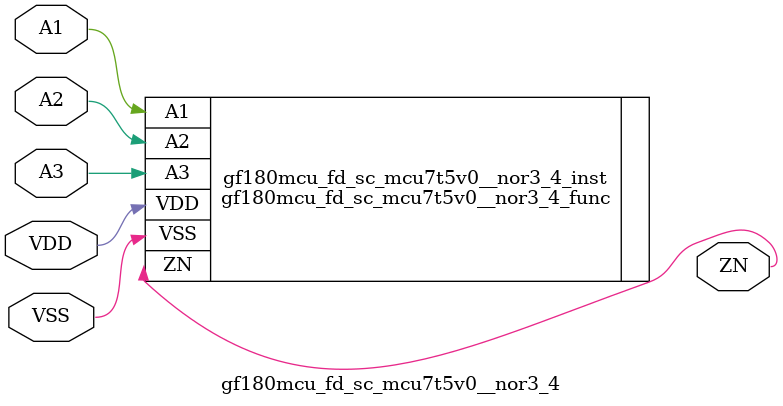
<source format=v>

module gf180mcu_fd_sc_mcu7t5v0__nor3_4( A2, ZN, A3, A1, VDD, VSS );
input A1, A2, A3;
inout VDD, VSS;
output ZN;

   `ifdef FUNCTIONAL  //  functional //

	gf180mcu_fd_sc_mcu7t5v0__nor3_4_func gf180mcu_fd_sc_mcu7t5v0__nor3_4_behav_inst(.A2(A2),.ZN(ZN),.A3(A3),.A1(A1),.VDD(VDD),.VSS(VSS));

   `else

	gf180mcu_fd_sc_mcu7t5v0__nor3_4_func gf180mcu_fd_sc_mcu7t5v0__nor3_4_inst(.A2(A2),.ZN(ZN),.A3(A3),.A1(A1),.VDD(VDD),.VSS(VSS));

	// spec_gates_begin


	// spec_gates_end



   specify

	// specify_block_begin

	// comb arc A1 --> ZN
	 (A1 => ZN) = (1.0,1.0);

	// comb arc A2 --> ZN
	 (A2 => ZN) = (1.0,1.0);

	// comb arc A3 --> ZN
	 (A3 => ZN) = (1.0,1.0);

	// specify_block_end

   endspecify

   `endif

endmodule

</source>
